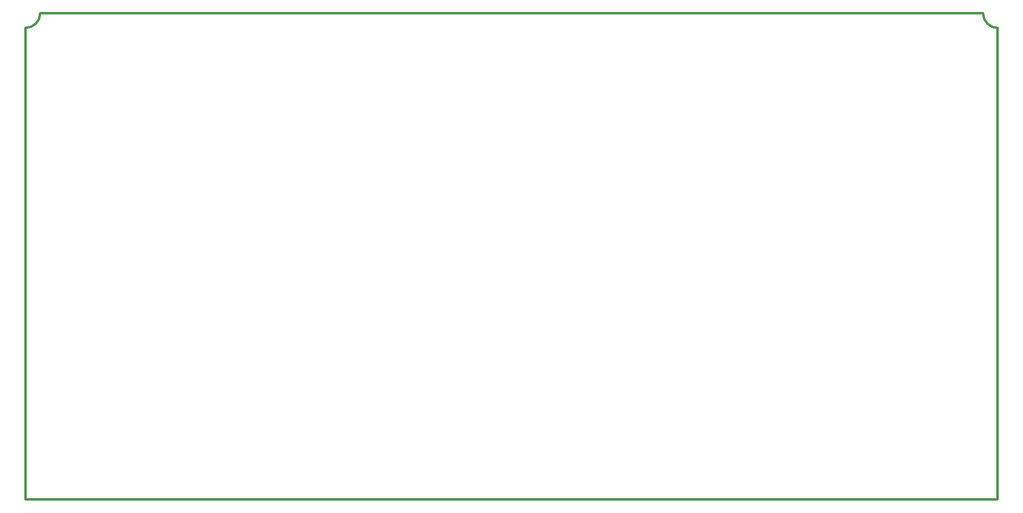
<source format=gbr>
G04 #@! TF.GenerationSoftware,KiCad,Pcbnew,(5.1.5)-3*
G04 #@! TF.CreationDate,2021-06-03T21:37:04-07:00*
G04 #@! TF.ProjectId,GrowController,47726f77-436f-46e7-9472-6f6c6c65722e,rev?*
G04 #@! TF.SameCoordinates,Original*
G04 #@! TF.FileFunction,Profile,NP*
%FSLAX46Y46*%
G04 Gerber Fmt 4.6, Leading zero omitted, Abs format (unit mm)*
G04 Created by KiCad (PCBNEW (5.1.5)-3) date 2021-06-03 21:37:04*
%MOMM*%
%LPD*%
G04 APERTURE LIST*
%ADD10C,0.500000*%
G04 APERTURE END LIST*
D10*
X250000000Y-53000000D02*
G75*
G02X247000000Y-50000000I0J3000000D01*
G01*
X53000000Y-50000000D02*
G75*
G02X50000000Y-53000000I-3000000J0D01*
G01*
X53000000Y-50000000D02*
X247000000Y-50000000D01*
X250000000Y-150000000D02*
X250000000Y-53000000D01*
X250000000Y-150000000D02*
X50000000Y-150000000D01*
X50000000Y-53000000D02*
X50000000Y-150000000D01*
M02*

</source>
